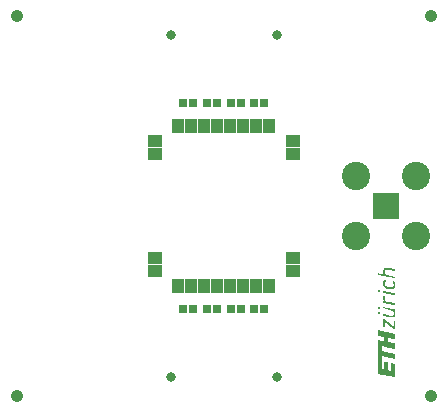
<source format=gts>
G04*
G04 #@! TF.GenerationSoftware,Altium Limited,Altium Designer,24.6.1 (21)*
G04*
G04 Layer_Color=8388736*
%FSLAX44Y44*%
%MOMM*%
G71*
G04*
G04 #@! TF.SameCoordinates,A60324F7-5EA5-4536-B251-014C174E4282*
G04*
G04*
G04 #@! TF.FilePolarity,Negative*
G04*
G01*
G75*
%ADD17R,0.8000X0.7500*%
%ADD18R,1.1000X1.2000*%
%ADD19R,1.2000X1.1000*%
%ADD20C,0.8000*%
%ADD21C,2.4000*%
%ADD22R,2.2000X2.2000*%
%ADD23C,1.0400*%
G36*
X145142Y-126167D02*
X145108Y-129701D01*
X133990Y-127505D01*
X133956Y-138039D01*
X134333Y-138142D01*
X135946Y-138451D01*
X135980Y-131760D01*
X139343Y-132446D01*
X139412Y-139172D01*
X139995Y-139275D01*
X141025Y-139480D01*
X141333Y-139515D01*
X141402Y-132858D01*
X141985Y-132961D01*
X145073Y-133578D01*
X145142Y-133784D01*
X145108Y-145005D01*
X144833Y-144936D01*
X134779Y-142912D01*
X130319Y-142020D01*
X130181Y-141951D01*
X130216Y-113436D01*
X130490Y-113505D01*
X133681Y-114157D01*
X135912Y-114603D01*
X135946Y-111343D01*
X135637Y-111240D01*
X135191Y-111137D01*
X132103Y-110520D01*
X131828Y-110451D01*
X130456Y-110176D01*
X130181Y-110108D01*
X130216Y-105407D01*
X130422Y-105476D01*
X144936Y-108392D01*
X145142Y-108461D01*
X145108Y-113093D01*
X144456Y-112990D01*
X139652Y-112029D01*
X139412Y-111995D01*
X139377Y-115255D01*
X139686Y-115358D01*
X143598Y-116113D01*
X143873Y-116181D01*
X145108Y-116456D01*
X145142Y-121088D01*
X144902Y-121123D01*
X144696Y-121054D01*
X139789Y-120059D01*
X134299Y-118961D01*
X133990Y-118926D01*
X133956Y-122735D01*
X134333Y-122838D01*
X137524Y-123490D01*
X145073Y-125000D01*
X145142Y-125206D01*
Y-126098D01*
Y-126167D01*
D02*
G37*
G36*
X143770Y-97618D02*
X143804Y-97034D01*
X144971Y-97240D01*
X145108Y-97309D01*
X145142Y-104480D01*
X144833Y-104515D01*
X144627Y-104446D01*
X143838Y-104275D01*
X143529Y-103966D01*
X143392Y-103897D01*
X142912Y-103417D01*
X142774Y-103348D01*
X142294Y-102868D01*
X142157Y-102799D01*
X141745Y-102387D01*
X141608Y-102319D01*
X141128Y-101838D01*
X140990Y-101770D01*
X140578Y-101358D01*
X140441Y-101289D01*
X139961Y-100809D01*
X139824Y-100740D01*
X139343Y-100260D01*
X139206Y-100191D01*
X138794Y-99779D01*
X138657Y-99711D01*
X138176Y-99230D01*
X138039Y-99162D01*
X137559Y-98681D01*
X137422Y-98613D01*
X137010Y-98201D01*
X136873Y-98132D01*
X136392Y-97652D01*
X136221Y-97618D01*
X136186Y-102593D01*
X135603Y-102490D01*
X134917Y-102353D01*
X134848Y-102147D01*
X134882Y-95387D01*
X135466Y-95490D01*
X136152Y-95627D01*
X136529Y-96005D01*
X136667Y-96074D01*
X137147Y-96554D01*
X137284Y-96623D01*
X137765Y-97103D01*
X137902Y-97172D01*
X138382Y-97652D01*
X138520Y-97721D01*
X139000Y-98201D01*
X139137Y-98270D01*
X139549Y-98681D01*
X139686Y-98750D01*
X140167Y-99230D01*
X140304Y-99299D01*
X140784Y-99779D01*
X140922Y-99848D01*
X141402Y-100328D01*
X141539Y-100397D01*
X142020Y-100877D01*
X142157Y-100946D01*
X142637Y-101426D01*
X142774Y-101495D01*
X143186Y-101907D01*
X143323Y-101975D01*
X143735Y-102387D01*
X143770Y-97686D01*
Y-97618D01*
D02*
G37*
G36*
X131760Y-89794D02*
X132103Y-89863D01*
X132069Y-91338D01*
X131382Y-91270D01*
X131177Y-91201D01*
X130216Y-90995D01*
X130181Y-89520D01*
X130353Y-89485D01*
X130559Y-89554D01*
X131726Y-89760D01*
X131760Y-89794D01*
D02*
G37*
G36*
X130216Y-85505D02*
X132103Y-85882D01*
X132069Y-87358D01*
X131382Y-87289D01*
X131177Y-87221D01*
X130216Y-87015D01*
X130181Y-85539D01*
X130216Y-85505D01*
D02*
G37*
G36*
X144353Y-88730D02*
X144147Y-88662D01*
X144113Y-88696D01*
X144456Y-89039D01*
X144524Y-89177D01*
X144662Y-89314D01*
X145005Y-90069D01*
X145142Y-90549D01*
X145211Y-90823D01*
X145279Y-91716D01*
X145176Y-92368D01*
X144971Y-92917D01*
X144627Y-93466D01*
X144147Y-93946D01*
X144010Y-94015D01*
X143392Y-94289D01*
X142843Y-94426D01*
X141333Y-94358D01*
X141128Y-94289D01*
X134848Y-93020D01*
X134882Y-91544D01*
X135534Y-91647D01*
X141368Y-92814D01*
X142054Y-92882D01*
X142157Y-92917D01*
X142363Y-92848D01*
X142912Y-92779D01*
X143392Y-92436D01*
X143632Y-92196D01*
X143770Y-91853D01*
X143907Y-91304D01*
X143838Y-90412D01*
X143701Y-90069D01*
X143289Y-89314D01*
X142706Y-88730D01*
X142569Y-88662D01*
X141677Y-88250D01*
X141128Y-88113D01*
X134848Y-86843D01*
X134917Y-85333D01*
X134951Y-85299D01*
X135157Y-85368D01*
X143186Y-86946D01*
X143461Y-87015D01*
X145108Y-87358D01*
X145142Y-88833D01*
X145039Y-88868D01*
X144833Y-88799D01*
X144422Y-88730D01*
X144353D01*
D02*
G37*
G36*
X130799Y-71127D02*
X131485Y-71265D01*
X131897Y-71333D01*
X132103Y-71402D01*
X132069Y-72877D01*
X132000D01*
X131417Y-72775D01*
X130387Y-72569D01*
X130181Y-72500D01*
X130216Y-71024D01*
X130799Y-71127D01*
D02*
G37*
G36*
X135534Y-72088D02*
X138966Y-72775D01*
X139377Y-72843D01*
X144868Y-73941D01*
X145142Y-74010D01*
X145108Y-75485D01*
X144456Y-75382D01*
X135878Y-73667D01*
X135637Y-73632D01*
X135569D01*
X135363Y-73564D01*
X134917Y-73461D01*
X134848Y-73255D01*
X134882Y-71985D01*
X135534Y-72088D01*
D02*
G37*
G36*
X135843Y-75760D02*
X135946Y-75863D01*
X136015Y-76000D01*
X136495Y-76480D01*
X136564Y-76618D01*
X136838Y-76892D01*
X136426Y-77304D01*
X136358Y-77441D01*
X136152Y-77922D01*
X136083Y-78608D01*
X136152Y-78814D01*
X136221Y-79088D01*
X136358Y-79431D01*
X136804Y-80083D01*
X137353Y-80632D01*
X138382Y-81113D01*
X138863Y-81250D01*
X139137Y-81319D01*
X139618Y-81387D01*
X139892Y-81456D01*
X145142Y-82520D01*
X145108Y-83995D01*
X144456Y-83892D01*
X144044Y-83823D01*
X135123Y-82039D01*
X134848Y-81971D01*
X134882Y-80495D01*
X135912Y-80701D01*
X135946Y-80667D01*
X135569Y-80289D01*
X135534Y-80255D01*
X135397Y-80118D01*
X135328Y-79980D01*
X134917Y-79088D01*
X134848Y-78814D01*
X134779Y-78333D01*
X134745Y-77819D01*
X134814Y-77201D01*
X134882Y-76926D01*
X135020Y-76583D01*
X135363Y-76034D01*
X135706Y-75691D01*
X135843Y-75760D01*
D02*
G37*
G36*
X136358Y-62206D02*
X136426Y-62343D01*
X136701Y-62618D01*
X136770Y-62755D01*
X137044Y-63029D01*
X137113Y-63167D01*
X137250Y-63304D01*
X137078Y-63475D01*
X136941Y-63544D01*
X136426Y-64059D01*
X136221Y-64539D01*
X136152Y-64814D01*
X136083Y-65431D01*
X136152Y-65637D01*
X136221Y-66186D01*
X136701Y-67078D01*
X137010Y-67456D01*
X137284Y-67730D01*
X137422Y-67799D01*
X137559Y-67936D01*
X137696Y-68005D01*
X138863Y-68554D01*
X139343Y-68691D01*
X139892Y-68828D01*
X140853Y-68966D01*
X141745Y-69034D01*
X141951Y-68966D01*
X142431Y-68897D01*
X143186Y-68485D01*
X143564Y-68108D01*
X143770Y-67627D01*
X143907Y-67078D01*
X143838Y-66049D01*
X143289Y-65020D01*
X143152Y-64882D01*
X143083Y-64745D01*
X142740Y-64402D01*
X142774Y-64299D01*
X142912Y-64230D01*
X143186Y-63956D01*
X143323Y-63887D01*
X143598Y-63613D01*
X143735Y-63544D01*
X143804Y-63475D01*
X144113Y-63784D01*
X144181Y-63922D01*
X144319Y-64059D01*
X144387Y-64196D01*
X144524Y-64333D01*
X145005Y-65363D01*
X145211Y-66186D01*
X145279Y-66873D01*
X145211Y-67765D01*
X145142Y-67971D01*
X145039Y-68348D01*
X144799Y-68863D01*
X144456Y-69343D01*
X144319Y-69480D01*
X144284Y-69583D01*
X144147Y-69652D01*
X143941Y-69858D01*
X143804Y-69927D01*
X143323Y-70201D01*
X142980Y-70338D01*
X142534Y-70441D01*
X142123Y-70510D01*
X140853Y-70544D01*
X140647Y-70476D01*
X139858Y-70373D01*
X139583Y-70304D01*
X139240Y-70235D01*
X138863Y-70132D01*
X138417Y-69961D01*
X137730Y-69686D01*
X136735Y-69103D01*
X136598Y-68966D01*
X136461Y-68897D01*
X135740Y-68176D01*
X135672Y-68039D01*
X135534Y-67902D01*
X134985Y-66735D01*
X134848Y-66186D01*
X134779Y-65706D01*
X134745Y-65054D01*
X134814Y-64368D01*
X134951Y-63819D01*
X135260Y-63235D01*
X135740Y-62618D01*
X135912Y-62446D01*
X136049Y-62377D01*
X136186Y-62240D01*
X136323Y-62172D01*
X136358Y-62206D01*
D02*
G37*
G36*
X135088Y-57024D02*
X134917Y-56578D01*
X134848Y-56304D01*
X134779Y-55823D01*
X134745Y-55172D01*
X134814Y-54623D01*
X134882Y-54348D01*
X135020Y-54005D01*
X135363Y-53456D01*
X135466Y-53353D01*
X135534Y-53216D01*
X135637Y-53113D01*
X135774Y-53044D01*
X135912Y-52907D01*
X136667Y-52564D01*
X137490Y-52427D01*
X138657Y-52495D01*
X138863Y-52564D01*
X140681Y-52941D01*
X144799Y-53765D01*
X145073Y-53833D01*
X145142Y-54039D01*
X145108Y-55377D01*
X144833Y-55309D01*
X140270Y-54382D01*
X138897Y-54108D01*
X137971Y-54005D01*
X137216Y-54074D01*
X136735Y-54348D01*
X136564Y-54451D01*
X136495Y-54588D01*
X136358Y-54725D01*
X136221Y-55069D01*
X136152Y-55343D01*
X136083Y-55961D01*
X136152Y-56167D01*
X136255Y-56681D01*
X136392Y-57024D01*
X136735Y-57573D01*
X136838Y-57677D01*
X136907Y-57814D01*
X137010Y-57917D01*
X137147Y-57985D01*
X137353Y-58191D01*
X138245Y-58603D01*
X138726Y-58740D01*
X139000Y-58809D01*
X141196Y-59221D01*
X141471Y-59289D01*
X145108Y-60044D01*
X145142Y-61520D01*
X145039Y-61554D01*
X144833Y-61485D01*
X130319Y-58569D01*
X130181Y-58500D01*
X130216Y-57024D01*
X133407Y-57677D01*
X135466Y-58088D01*
X135774Y-58123D01*
X135809Y-58088D01*
X135466Y-57745D01*
X135397Y-57608D01*
X135123Y-57196D01*
Y-57059D01*
X135088Y-57024D01*
D02*
G37*
D17*
X-5750Y87500D02*
D03*
X-14250D02*
D03*
X-25750D02*
D03*
X-34250D02*
D03*
X14250D02*
D03*
X5750D02*
D03*
X34250D02*
D03*
X25750D02*
D03*
X-25750Y-87500D02*
D03*
X-34250D02*
D03*
X-5750D02*
D03*
X-14250D02*
D03*
X14250D02*
D03*
X5750D02*
D03*
X34250D02*
D03*
X25750D02*
D03*
D18*
X-38500Y68000D02*
D03*
X-27500D02*
D03*
X-16500D02*
D03*
X-5500D02*
D03*
X38500D02*
D03*
X27500D02*
D03*
X16500D02*
D03*
X5500D02*
D03*
X-38500Y-68000D02*
D03*
X-27500D02*
D03*
X-16500D02*
D03*
X-5500D02*
D03*
X38500D02*
D03*
X27500D02*
D03*
X16500D02*
D03*
X5500D02*
D03*
D19*
X-58500Y-55000D02*
D03*
Y-44000D02*
D03*
X58500D02*
D03*
Y-55000D02*
D03*
Y44000D02*
D03*
Y55000D02*
D03*
X-58500Y44000D02*
D03*
Y55000D02*
D03*
D20*
X-45000Y-145000D02*
D03*
X45000D02*
D03*
X-45000Y145000D02*
D03*
X45000D02*
D03*
D21*
X162400Y-25400D02*
D03*
X111600D02*
D03*
Y25400D02*
D03*
X162400D02*
D03*
D22*
X137000Y0D02*
D03*
D23*
X175260Y-161000D02*
D03*
X-175260D02*
D03*
Y161000D02*
D03*
X175260D02*
D03*
M02*

</source>
